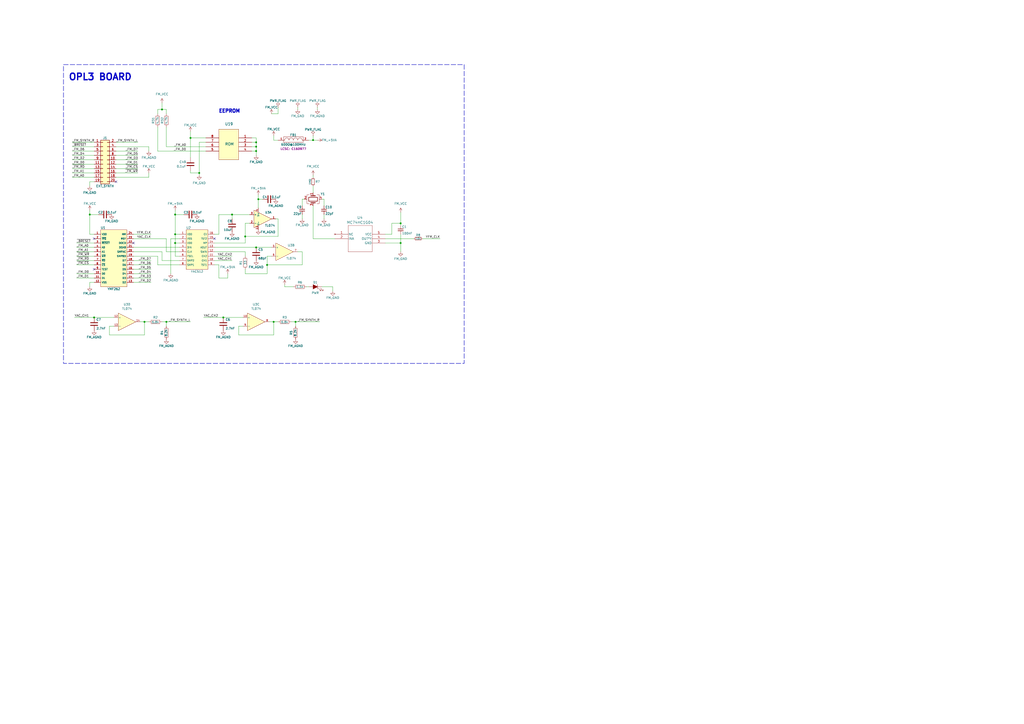
<source format=kicad_sch>
(kicad_sch (version 20250114) (generator "eeschema") (generator_version "9.0")
  (paper "A2")
  (title_block (title "opl3module") (date "2023-10-29") (rev "1.0"))
  (lib_symbols
    (symbol "Connector_Generic:Conn_02x10_Odd_Even" (pin_names (offset 1.016) (hide yes))
      (property "Reference" "J" (at 1.27 12.7 0))
      (property "Value" "Conn_02x10_Odd_Even" (at 1.27 -15.24 0))
      (symbol "Conn_02x10_Odd_Even_1_1"
        (rectangle (start -1.27 11.43) (end 3.81 -13.97) (stroke (width 0.254)) (fill (type background)))
        (rectangle (start -1.27 10.287) (end 0 10.033) (stroke (width 0.1524)))
        (rectangle (start -1.27 7.747) (end 0 7.493) (stroke (width 0.1524)))
        (rectangle (start -1.27 5.207) (end 0 4.953) (stroke (width 0.1524)))
        (rectangle (start -1.27 2.667) (end 0 2.413) (stroke (width 0.1524)))
        (rectangle (start -1.27 0.127) (end 0 -0.127) (stroke (width 0.1524)))
        (rectangle (start -1.27 -2.413) (end 0 -2.667) (stroke (width 0.1524)))
        (rectangle (start -1.27 -4.953) (end 0 -5.207) (stroke (width 0.1524)))
        (rectangle (start -1.27 -7.493) (end 0 -7.747) (stroke (width 0.1524)))
        (rectangle (start -1.27 -10.033) (end 0 -10.287) (stroke (width 0.1524)))
        (rectangle (start -1.27 -12.573) (end 0 -12.827) (stroke (width 0.1524)))
        (rectangle (start 3.81 10.287) (end 2.54 10.033) (stroke (width 0.1524)))
        (rectangle (start 3.81 7.747) (end 2.54 7.493) (stroke (width 0.1524)))
        (rectangle (start 3.81 5.207) (end 2.54 4.953) (stroke (width 0.1524)))
        (rectangle (start 3.81 2.667) (end 2.54 2.413) (stroke (width 0.1524)))
        (rectangle (start 3.81 0.127) (end 2.54 -0.127) (stroke (width 0.1524)))
        (rectangle (start 3.81 -2.413) (end 2.54 -2.667) (stroke (width 0.1524)))
        (rectangle (start 3.81 -4.953) (end 2.54 -5.207) (stroke (width 0.1524)))
        (rectangle (start 3.81 -7.493) (end 2.54 -7.747) (stroke (width 0.1524)))
        (rectangle (start 3.81 -10.033) (end 2.54 -10.287) (stroke (width 0.1524)))
        (rectangle (start 3.81 -12.573) (end 2.54 -12.827) (stroke (width 0.1524)))
        (pin passive line (at -5.08 10.16 0) (length 3.81) (name "Pin_1") (number "1"))
        (pin passive line (at -5.08 7.62 0) (length 3.81) (name "Pin_3") (number "3"))
        (pin passive line (at -5.08 5.08 0) (length 3.81) (name "Pin_5") (number "5"))
        (pin passive line (at -5.08 2.54 0) (length 3.81) (name "Pin_7") (number "7"))
        (pin passive line (at -5.08 0 0) (length 3.81) (name "Pin_9") (number "9"))
        (pin passive line (at -5.08 -2.54 0) (length 3.81) (name "Pin_11") (number "11"))
        (pin passive line (at -5.08 -5.08 0) (length 3.81) (name "Pin_13") (number "13"))
        (pin passive line (at -5.08 -7.62 0) (length 3.81) (name "Pin_15") (number "15"))
        (pin passive line (at -5.08 -10.16 0) (length 3.81) (name "Pin_17") (number "17"))
        (pin passive line (at -5.08 -12.7 0) (length 3.81) (name "Pin_19") (number "19"))
        (pin passive line (at 7.62 10.16 180) (length 3.81) (name "Pin_2") (number "2"))
        (pin passive line (at 7.62 7.62 180) (length 3.81) (name "Pin_4") (number "4"))
        (pin passive line (at 7.62 5.08 180) (length 3.81) (name "Pin_6") (number "6"))
        (pin passive line (at 7.62 2.54 180) (length 3.81) (name "Pin_8") (number "8"))
        (pin passive line (at 7.62 0 180) (length 3.81) (name "Pin_10") (number "10"))
        (pin passive line (at 7.62 -2.54 180) (length 3.81) (name "Pin_12") (number "12"))
        (pin passive line (at 7.62 -5.08 180) (length 3.81) (name "Pin_14") (number "14"))
        (pin passive line (at 7.62 -7.62 180) (length 3.81) (name "Pin_16") (number "16"))
        (pin passive line (at 7.62 -10.16 180) (length 3.81) (name "Pin_18") (number "18"))
        (pin passive line (at 7.62 -12.7 180) (length 3.81) (name "Pin_20") (number "20"))
      )
    )
    (symbol "Device:C_Small" (pin_numbers (hide yes)) (pin_names (offset 0.254) (hide yes))
      (property "Reference" "C" (at 0.254 1.778 0))
      (property "Value" "C_Small" (at 0.254 -2.032 0))
      (symbol "C_Small_0_1"
        (polyline (pts (xy -1.524 0.508) (xy 1.524 0.508)) (stroke (width 0.3048)))
        (polyline (pts (xy -1.524 -0.508) (xy 1.524 -0.508)) (stroke (width 0.3302)))
      )
      (symbol "C_Small_1_1"
        (pin passive line (at 0 2.54 270) (length 2.032) (name "~") (number "1"))
        (pin passive line (at 0 -2.54 90) (length 2.032) (name "~") (number "2"))
      )
    )
    (symbol "Device:Crystal_GND24" (pin_names (offset 1.016) (hide yes))
      (property "Reference" "Y" (at 3.175 5.08 0))
      (property "Value" "Crystal_GND24" (at 3.175 3.175 0))
      (symbol "Crystal_GND24_0_1"
        (polyline (pts (xy -2.54 2.286) (xy -2.54 3.556) (xy 2.54 3.556) (xy 2.54 2.286)))
        (polyline (pts (xy -2.54 0) (xy -2.032 0)))
        (polyline (pts (xy -2.54 -2.286) (xy -2.54 -3.556) (xy 2.54 -3.556) (xy 2.54 -2.286)))
        (polyline (pts (xy -2.032 -1.27) (xy -2.032 1.27)) (stroke (width 0.508)))
        (rectangle (start -1.143 2.54) (end 1.143 -2.54) (stroke (width 0.3048)))
        (polyline (pts (xy 0 3.556) (xy 0 3.81)))
        (polyline (pts (xy 0 -3.81) (xy 0 -3.556)))
        (polyline (pts (xy 2.032 0) (xy 2.54 0)))
        (polyline (pts (xy 2.032 -1.27) (xy 2.032 1.27)) (stroke (width 0.508)))
      )
      (symbol "Crystal_GND24_1_1"
        (pin passive line (at -3.81 0 0) (length 1.27) (name "1") (number "1"))
        (pin passive line (at 0 5.08 270) (length 1.27) (name "2") (number "2"))
        (pin passive line (at 0 -5.08 90) (length 1.27) (name "4") (number "4"))
        (pin passive line (at 3.81 0 180) (length 1.27) (name "3") (number "3"))
      )
    )
    (symbol "Device:R_Small" (pin_numbers (hide yes)) (pin_names (offset 0.254) (hide yes))
      (property "Reference" "R" (at 0.762 0.508 0))
      (property "Value" "R_Small" (at 0.762 -1.016 0))
      (symbol "R_Small_0_1"
        (rectangle (start -0.762 1.778) (end 0.762 -1.778) (stroke (width 0.2032)))
      )
      (symbol "R_Small_1_1"
        (pin passive line (at 0 2.54 270) (length 0.762) (name "~") (number "1"))
        (pin passive line (at 0 -2.54 90) (length 0.762) (name "~") (number "2"))
      )
    )
    (symbol "SnipE Symbol Library:24LC04BT_SN" (pin_names (offset 0.254))
      (property "Reference" "U7" (at 13.208 8.128 0))
      (property "Value" "16Kbit" (at 12.954 -3.556 0))
      (symbol "24LC04BT_SN_0_1"
        (pin unspecified line (at 0 0 0) (length 7.62) (name "") (number "1"))
        (pin unspecified line (at 0 -2.54 0) (length 7.62) (name "") (number "2"))
        (pin unspecified line (at 0 -5.08 0) (length 7.62) (name "") (number "3"))
        (pin unspecified line (at 0 -7.62 0) (length 7.62) (name "") (number "4"))
        (pin unspecified line (at 26.67 0 180) (length 7.62) (name "") (number "8"))
        (pin unspecified line (at 26.67 -2.54 180) (length 7.62) (name "") (number "7"))
        (pin unspecified line (at 26.67 -5.08 180) (length 7.62) (name "") (number "6"))
        (pin unspecified line (at 26.67 -7.62 180) (length 7.62) (name "") (number "5"))
      )
      (symbol "24LC04BT_SN_1_1"
        (rectangle (start 7.62 5.08) (end 19.05 -12.7) (fill (type background)))
      )
    )
    (symbol "SnipE Symbol Library:MC74HC1G04DFT1G" (pin_names (offset 0.254))
      (property "Reference" "U4" (at 25.908 9.652 0))
      (property "Value" "MC74HC1G04" (at 25.908 6.858 0))
      (symbol "MC74HC1G04DFT1G_0_1"
        (polyline (pts (xy 19.05 5.08) (xy 19.05 -10.16)) (stroke (width 0.127)))
        (polyline (pts (xy 19.05 -10.16) (xy 33.02 -10.16)) (stroke (width 0.127)))
        (polyline (pts (xy 33.02 5.08) (xy 19.05 5.08)) (stroke (width 0.127)))
        (polyline (pts (xy 33.02 -10.16) (xy 33.02 5.08)) (stroke (width 0.127)))
        (pin no_connect line (at 11.43 0 0) (length 7.62) (name "NC") (number "1"))
        (pin input line (at 11.43 -2.54 0) (length 7.62) (name "INA") (number "2"))
        (pin power_in line (at 40.64 0 180) (length 7.62) (name "VCC") (number "5"))
        (pin output line (at 40.64 -2.54 180) (length 7.62) (name "OUT*Y") (number "4"))
        (pin power_in line (at 40.64 -5.08 180) (length 7.62) (name "GND") (number "3"))
      )
    )
    (symbol "llama_shared:C" (pin_numbers (hide yes)) (pin_names (offset 1.016))
      (property "Reference" "C" (at 2.54 -1.27 0))
      (property "Value" "C" (at 2.54 1.27 0))
      (symbol "C_1_1"
        (polyline (pts (xy -2.032 0.762) (xy 2.032 0.762)) (stroke (width 0.508)))
        (polyline (pts (xy -2.032 -0.762) (xy 2.032 -0.762)) (stroke (width 0.508)))
        (pin passive line (at 0 3.81 270) (length 2.794) (name "~") (number "1"))
        (pin passive line (at 0 -3.81 90) (length 2.794) (name "~") (number "2"))
      )
    )
    (symbol "llama_shared:FB" (pin_names (offset 1.016) (hide yes))
      (property "Reference" "FB" (at 0 3.81 0))
      (property "Value" "FB" (at 0 -2.54 0))
      (symbol "FB_1_1"
        (rectangle (start -5.715 1.905) (end 5.715 -1.27))
        (arc (start -5.08 0) (mid -3.81 1.2645) (end -2.54 0))
        (arc (start -2.54 0) (mid -1.27 1.2645) (end 0 0))
        (arc (start 0 0) (mid 0 0) (end 0 0))
        (arc (start 0 0) (mid 1.27 1.2645) (end 2.54 0))
        (arc (start 2.54 0) (mid 3.81 1.2645) (end 5.08 0))
        (pin passive line (at -8.89 0 0) (length 3.81) (name "1") (number "1"))
        (pin passive line (at 8.89 0 180) (length 3.81) (name "2") (number "2"))
      )
    )
    (symbol "llama_shared:FM_+5VA" (power) (pin_names (offset 0))
      (property "Value" "FM_+5VA" (at 0 3.81 0))
      (symbol "FM_+5VA_1_1"
        (polyline (pts (xy -0.762 1.27) (xy 0 2.54)))
        (polyline (pts (xy 0 2.54) (xy 0.762 1.27)))
        (polyline (pts (xy 0 0) (xy 0 2.54)))
        (pin power_in line (at 0 0 90) (length 0) (hide yes) (name "FM_+5VA") (number "1"))
      )
    )
    (symbol "llama_shared:FM_AGND" (power) (pin_names (offset 0))
      (property "Value" "FM_AGND" (at 0 -3.81 0))
      (symbol "FM_AGND_1_1"
        (polyline (pts (xy 0 0) (xy 0 -1.27) (xy 1.27 -1.27) (xy 0 -2.54) (xy -1.27 -1.27) (xy 0 -1.27)))
        (pin power_in line (at 0 0 270) (length 0) (hide yes) (name "FM_AGND") (number "1"))
      )
    )
    (symbol "llama_shared:FM_GND" (power) (pin_names (offset 0))
      (property "Value" "FM_GND" (at 0 -3.81 0))
      (symbol "FM_GND_1_1"
        (polyline (pts (xy 0 0) (xy 0 -1.27) (xy 1.27 -1.27) (xy 0 -2.54) (xy -1.27 -1.27) (xy 0 -1.27)))
        (pin power_in line (at 0 0 270) (length 0) (hide yes) (name "FM_GND") (number "1"))
      )
    )
    (symbol "llama_shared:FM_VCC" (power) (pin_names (offset 0))
      (property "Value" "FM_VCC" (at 0 3.81 0))
      (symbol "FM_VCC_1_1"
        (polyline (pts (xy -0.762 1.27) (xy 0 2.54)))
        (polyline (pts (xy 0 2.54) (xy 0.762 1.27)))
        (polyline (pts (xy 0 0) (xy 0 2.54)))
        (pin power_in line (at 0 0 90) (length 0) (hide yes) (name "FM_VCC") (number "1"))
      )
    )
    (symbol "llama_shared:GND" (power) (pin_names (offset 0))
      (property "Value" "GND" (at 0 -3.81 0))
      (symbol "GND_1_1"
        (polyline (pts (xy 0 0) (xy 0 -1.27) (xy 1.27 -1.27) (xy 0 -2.54) (xy -1.27 -1.27) (xy 0 -1.27)))
        (pin power_in line (at 0 0 270) (length 0) (hide yes) (name "GND") (number "1"))
      )
    )
    (symbol "llama_shared:PWR_FLAG" (power) (pin_numbers (hide yes)) (pin_names (offset 0) (hide yes))
      (property "Value" "PWR_FLAG" (at 0 3.81 0))
      (symbol "PWR_FLAG_0_0"
        (pin power_out line (at 0 0 90) (length 0) (name "pwr") (number "1"))
      )
      (symbol "PWR_FLAG_0_1"
        (polyline (pts (xy 0 0) (xy 0 1.27) (xy -1.016 1.905) (xy 0 2.54) (xy 1.016 1.905) (xy 0 1.27)))
      )
    )
    (symbol "llama_shared:R" (pin_numbers (hide yes)) (pin_names (offset 0))
      (property "Reference" "R" (at 1.27 1.27 0))
      (property "Value" "R" (at 1.27 -1.27 0))
      (symbol "R_1_1"
        (rectangle (start -1.016 -2.54) (end 1.016 2.54) (stroke (width 0.1524)))
        (pin passive line (at 0 3.81 270) (length 1.27) (name "~") (number "1"))
        (pin passive line (at 0 -3.81 90) (length 1.27) (name "~") (number "2"))
      )
    )
    (symbol "llama_shared:U_TL074" (pin_names (offset 0.127))
      (property "Reference" "U" (at 1.27 3.81 0))
      (property "Value" "U_TL074" (at 1.27 -3.81 0))
      (symbol "U_TL074_1_1"
        (polyline (pts (xy -5.08 5.08) (xy 5.08 0) (xy -5.08 -5.08) (xy -5.08 5.08)) (fill (type background)))
        (pin input line (at -7.62 2.54 0) (length 2.54) (name "+") (number "3"))
        (pin input line (at -7.62 -2.54 0) (length 2.54) (name "-") (number "2"))
        (pin power_in line (at -2.54 6.35 270) (length 2.54) (name "V+") (number "4"))
        (pin power_in line (at -2.54 -6.35 90) (length 2.54) (name "V-") (number "11"))
        (pin output line (at 7.62 0 180) (length 2.54) (name "~") (number "1"))
      )
      (symbol "U_TL074_2_1"
        (polyline (pts (xy -5.08 5.08) (xy 5.08 0) (xy -5.08 -5.08) (xy -5.08 5.08)) (fill (type background)))
        (pin input line (at -7.62 2.54 0) (length 2.54) (name "+") (number "5"))
        (pin input line (at -7.62 -2.54 0) (length 2.54) (name "-") (number "6"))
        (pin output line (at 7.62 0 180) (length 2.54) (name "~") (number "7"))
      )
      (symbol "U_TL074_3_1"
        (polyline (pts (xy -5.08 5.08) (xy 5.08 0) (xy -5.08 -5.08) (xy -5.08 5.08)) (fill (type background)))
        (pin input line (at -7.62 2.54 0) (length 2.54) (name "+") (number "10"))
        (pin input line (at -7.62 -2.54 0) (length 2.54) (name "-") (number "9"))
        (pin output line (at 7.62 0 180) (length 2.54) (name "~") (number "8"))
      )
      (symbol "U_TL074_4_1"
        (polyline (pts (xy -5.08 5.08) (xy 5.08 0) (xy -5.08 -5.08) (xy -5.08 5.08)) (fill (type background)))
        (pin input line (at -7.62 2.54 0) (length 2.54) (name "+") (number "12"))
        (pin input line (at -7.62 -2.54 0) (length 2.54) (name "-") (number "13"))
        (pin output line (at 7.62 0 180) (length 2.54) (name "~") (number "14"))
      )
    )
    (symbol "llama_shared:U_YAC512"
      (property "Reference" "U" (at -5.08 12.7 0))
      (property "Value" "U_YAC512" (at 0 -12.7 0))
      (symbol "U_YAC512_1_1"
        (rectangle (start -6.35 11.43) (end 6.35 -11.43) (fill (type background)))
        (pin power_in line (at -10.16 8.89 0) (length 3.81) (name "VDD") (number "1"))
        (pin power_in line (at -10.16 6.35 0) (length 3.81) (name "VSS") (number "2"))
        (pin power_in line (at -10.16 3.81 0) (length 3.81) (name "VDD") (number "3"))
        (pin input line (at -10.16 1.27 0) (length 3.81) (name "DIN") (number "4"))
        (pin input line (at -10.16 -1.27 0) (length 3.81) (name "CLK") (number "5"))
        (pin input line (at -10.16 -3.81 0) (length 3.81) (name "FSEL") (number "6"))
        (pin input line (at -10.16 -6.35 0) (length 3.81) (name "SMP2") (number "7"))
        (pin input line (at -10.16 -8.89 0) (length 3.81) (name "SMP1") (number "8"))
        (pin input line (at 10.16 8.89 180) (length 3.81) (name "CV") (number "16"))
        (pin output line (at 10.16 6.35 180) (length 3.81) (name "TST2") (number "15"))
        (pin input line (at 10.16 3.81 180) (length 3.81) (name "MP") (number "14"))
        (pin output line (at 10.16 1.27 180) (length 3.81) (name "AOUT") (number "13"))
        (pin input line (at 10.16 -1.27 180) (length 3.81) (name "SWIN") (number "12"))
        (pin output line (at 10.16 -3.81 180) (length 3.81) (name "CH2") (number "11"))
        (pin output line (at 10.16 -6.35 180) (length 3.81) (name "CH1") (number "10"))
        (pin input line (at 10.16 -8.89 180) (length 3.81) (name "TST1") (number "9"))
      )
    )
    (symbol "llama_shared:U_YMF262"
      (property "Reference" "U" (at -7.62 17.78 0))
      (property "Value" "U_YMF262" (at 0 -17.78 0))
      (symbol "U_YMF262_1_1"
        (rectangle (start -7.62 16.51) (end 7.62 -16.51) (fill (type background)))
        (pin power_in line (at -11.43 13.97 0) (length 3.81) (name "VDD") (number "1"))
        (pin output line (at -11.43 11.43 0) (length 3.81) (name "~{IRQ}") (number "2"))
        (pin input line (at -11.43 8.89 0) (length 3.81) (name "~{RESET}") (number "3"))
        (pin input line (at -11.43 6.35 0) (length 3.81) (name "A0") (number "4"))
        (pin input line (at -11.43 3.81 0) (length 3.81) (name "A1") (number "5"))
        (pin input line (at -11.43 1.27 0) (length 3.81) (name "~{WR}") (number "6"))
        (pin input line (at -11.43 -1.27 0) (length 3.81) (name "~{RD}") (number "7"))
        (pin input line (at -11.43 -3.81 0) (length 3.81) (name "~{CS}") (number "8"))
        (pin output line (at -11.43 -6.35 0) (length 3.81) (name "TEST") (number "9"))
        (pin bidirectional line (at -11.43 -8.89 0) (length 3.81) (name "D0") (number "10"))
        (pin bidirectional line (at -11.43 -11.43 0) (length 3.81) (name "D1") (number "11"))
        (pin power_in line (at -11.43 -13.97 0) (length 3.81) (name "VSS") (number "12"))
        (pin input line (at 11.43 13.97 180) (length 3.81) (name "ΦM") (number "24"))
        (pin output line (at 11.43 11.43 180) (length 3.81) (name "ΦSY") (number "23"))
        (pin output line (at 11.43 8.89 180) (length 3.81) (name "DOCD") (number "22"))
        (pin output line (at 11.43 6.35 180) (length 3.81) (name "DOAB") (number "21"))
        (pin output line (at 11.43 3.81 180) (length 3.81) (name "SMPAC") (number "20"))
        (pin output line (at 11.43 1.27 180) (length 3.81) (name "SMPBD") (number "19"))
        (pin bidirectional line (at 11.43 -1.27 180) (length 3.81) (name "D7") (number "18"))
        (pin bidirectional line (at 11.43 -3.81 180) (length 3.81) (name "D6") (number "17"))
        (pin bidirectional line (at 11.43 -6.35 180) (length 3.81) (name "D5") (number "16"))
        (pin bidirectional line (at 11.43 -8.89 180) (length 3.81) (name "D4") (number "15"))
        (pin bidirectional line (at 11.43 -11.43 180) (length 3.81) (name "D3") (number "14"))
        (pin bidirectional line (at 11.43 -13.97 180) (length 3.81) (name "D2") (number "13"))
      )
    )
    (symbol "llama_shared:VCC" (power) (pin_names (offset 0))
      (property "Value" "VCC" (at 0 3.81 0))
      (symbol "VCC_1_1"
        (polyline (pts (xy -0.762 1.27) (xy 0 2.54)))
        (polyline (pts (xy 0 2.54) (xy 0.762 1.27)))
        (polyline (pts (xy 0 0) (xy 0 2.54)))
        (pin power_in line (at 0 0 90) (length 0) (hide yes) (name "VCC") (number "1"))
      )
    )
    (symbol "power:+5V" (power) (pin_numbers (hide yes)) (pin_names (offset 0) (hide yes))
      (property "Value" "+5V" (at 0 3.556 0))
      (symbol "+5V_0_1"
        (polyline (pts (xy -0.762 1.27) (xy 0 2.54)))
        (polyline (pts (xy 0 2.54) (xy 0.762 1.27)))
        (polyline (pts (xy 0 0) (xy 0 2.54)))
      )
      (symbol "+5V_1_1"
        (pin power_in line (at 0 0 90) (length 0) (name "~") (number "1"))
      )
    )
    (symbol "power:GND" (power) (pin_numbers (hide yes)) (pin_names (offset 0) (hide yes))
      (property "Value" "GND" (at 0 -3.81 0))
      (symbol "GND_0_1"
        (polyline (pts (xy 0 0) (xy 0 -1.27) (xy 1.27 -1.27) (xy 0 -2.54) (xy -1.27 -1.27) (xy 0 -1.27)))
      )
      (symbol "GND_1_1"
        (pin power_in line (at 0 0 270) (length 0) (name "~") (number "1"))
      )
    )
    (symbol "tinyllama:+5V" (power) (pin_names (offset 0))
      (property "Value" "+5V" (at 0 3.81 0))
      (symbol "+5V_1_1"
        (polyline (pts (xy -0.762 1.27) (xy 0 2.54)))
        (polyline (pts (xy 0 2.54) (xy 0.762 1.27)))
        (polyline (pts (xy 0 0) (xy 0 2.54)))
        (pin power_in line (at 0 0 90) (length 0) (hide yes) (name "+5V") (number "1"))
      )
    )
    (symbol "tinyllama:D_LED" (pin_numbers (hide yes)) (pin_names (offset 1.016) (hide yes))
      (property "Reference" "D" (at 0 2.54 0))
      (property "Value" "D_LED" (at 0 -3.81 0))
      (symbol "D_LED_1_1"
        (polyline (pts (xy -3.048 -0.762) (xy -4.572 -2.286) (xy -3.81 -2.286) (xy -4.572 -2.286) (xy -4.572 -1.524)))
        (polyline (pts (xy -1.778 -0.762) (xy -3.302 -2.286) (xy -2.54 -2.286) (xy -3.302 -2.286) (xy -3.302 -1.524)))
        (polyline (pts (xy -1.27 0) (xy 1.27 0)))
        (polyline (pts (xy -1.27 -1.27) (xy -1.27 1.27)) (stroke (width 0.2032)))
        (polyline (pts (xy 1.27 -1.27) (xy 1.27 1.27) (xy -1.27 0) (xy 1.27 -1.27)) (stroke (width 0.2032)) (fill (type outline)))
        (pin passive line (at -3.81 0 0) (length 2.54) (name "K") (number "1"))
        (pin passive line (at 3.81 0 180) (length 2.54) (name "A") (number "2"))
      )
    )
    (symbol "tinyllama:GND" (power) (pin_names (offset 0))
      (property "Value" "GND" (at 0 -3.81 0))
      (symbol "GND_1_1"
        (polyline (pts (xy 0 0) (xy 0 -1.27) (xy 1.27 -1.27) (xy 0 -2.54) (xy -1.27 -1.27) (xy 0 -1.27)))
        (pin power_in line (at 0 0 270) (length 0) (hide yes) (name "GND") (number "1"))
      )
    )
    (symbol "tinyllama:R" (pin_numbers (hide yes)) (pin_names (offset 0))
      (property "Reference" "R" (at 1.27 1.27 0))
      (property "Value" "R" (at 1.27 -1.27 0))
      (symbol "R_1_1"
        (rectangle (start -1.016 -2.54) (end 1.016 2.54) (stroke (width 0.1524)))
        (pin passive line (at 0 3.81 270) (length 1.27) (name "~") (number "1"))
        (pin passive line (at 0 -3.81 90) (length 1.27) (name "~") (number "2"))
      )
    )
  )
  (rectangle (start 36.83 37.465) (end 269.24 210.82) (stroke (width 0.254) (type dash)))
  (text "OPL3 BOARD" (at 39.624 46.99 0) (effects (font (size 3.81 3.81) (thickness 0.762) (bold yes)) (justify left bottom)))
  (text "EEPROM" (at 133.096 64.516 0) (effects (font (size 2 2) (thickness 0.6) (bold yes))))
  (junction (at 110.49 80.01))
  (junction (at 101.6 135.89))
  (junction (at 148.59 82.55))
  (junction (at 129.54 184.15))
  (junction (at 115.57 100.33))
  (junction (at 158.75 186.69))
  (junction (at 232.41 129.54))
  (junction (at 154.94 153.67))
  (junction (at 142.24 137.16))
  (junction (at 171.45 186.69))
  (junction (at 148.59 85.09))
  (junction (at 93.98 63.5))
  (junction (at 96.52 186.69))
  (junction (at 83.82 186.69))
  (junction (at 101.6 140.97))
  (junction (at 54.61 184.15))
  (junction (at 101.6 124.46))
  (junction (at 134.62 124.46))
  (junction (at 232.41 140.97))
  (junction (at 148.59 87.63))
  (junction (at 52.07 124.46))
  (junction (at 181.61 81.28))
  (junction (at 149.86 115.57))
  (junction (at 148.59 143.51))
  (no_connect (at 67.31 105.41))
  (no_connect (at 54.61 138.43))
  (no_connect (at 77.47 140.97))
  (no_connect (at 54.61 156.21))
  (no_connect (at 124.46 138.43))
  (wire (pts (xy 93.98 59.69) (xy 93.98 63.5)))
  (wire (pts (xy 91.44 87.63) (xy 119.38 87.63)))
  (wire (pts (xy 83.82 194.31) (xy 83.82 186.69)))
  (wire (pts (xy 93.98 151.13) (xy 104.14 151.13)))
  (wire (pts (xy 110.49 99.06) (xy 110.49 100.33)))
  (wire (pts (xy 99.06 158.75) (xy 99.06 138.43)))
  (wire (pts (xy 154.94 153.67) (xy 154.94 148.59)))
  (wire (pts (xy 124.46 151.13) (xy 134.62 151.13)))
  (wire (pts (xy 93.98 186.69) (xy 96.52 186.69)))
  (wire (pts (xy 124.46 135.89) (xy 127 135.89)))
  (wire (pts (xy 154.94 158.75) (xy 154.94 153.67)))
  (wire (pts (xy 67.31 102.87) (xy 86.36 102.87)))
  (wire (pts (xy 227.33 129.54) (xy 232.41 129.54)))
  (wire (pts (xy 44.45 153.67) (xy 54.61 153.67)))
  (wire (pts (xy 148.59 82.55) (xy 148.59 80.01)))
  (wire (pts (xy 83.82 186.69) (xy 81.28 186.69)))
  (wire (pts (xy 142.24 129.54) (xy 142.24 137.16)))
  (wire (pts (xy 67.31 85.09) (xy 86.36 85.09)))
  (wire (pts (xy 54.61 105.41) (xy 52.07 105.41)))
  (wire (pts (xy 146.05 87.63) (xy 148.59 87.63)))
  (wire (pts (xy 77.47 146.05) (xy 93.98 146.05)))
  (wire (pts (xy 148.59 143.51) (xy 157.48 143.51)))
  (wire (pts (xy 193.04 166.37) (xy 193.04 168.91)))
  (wire (pts (xy 99.06 138.43) (xy 104.14 138.43)))
  (wire (pts (xy 54.61 95.25) (xy 41.91 95.25)))
  (wire (pts (xy 101.6 148.59) (xy 101.6 140.97)))
  (wire (pts (xy 124.46 146.05) (xy 142.24 146.05)))
  (wire (pts (xy 54.61 87.63) (xy 41.91 87.63)))
  (wire (pts (xy 54.61 92.71) (xy 41.91 92.71)))
  (wire (pts (xy 187.96 115.57) (xy 187.96 119.38)))
  (wire (pts (xy 148.59 87.63) (xy 148.59 85.09)))
  (wire (pts (xy 104.14 140.97) (xy 101.6 140.97)))
  (wire (pts (xy 93.98 63.5) (xy 96.52 63.5)))
  (wire (pts (xy 148.59 85.09) (xy 148.59 82.55)))
  (wire (pts (xy 96.52 138.43) (xy 96.52 146.05)))
  (wire (pts (xy 181.61 107.95) (xy 181.61 111.76)))
  (wire (pts (xy 149.86 113.03) (xy 149.86 115.57)))
  (wire (pts (xy 171.45 186.69) (xy 185.42 186.69)))
  (wire (pts (xy 101.6 140.97) (xy 101.6 135.89)))
  (wire (pts (xy 77.47 138.43) (xy 96.52 138.43)))
  (wire (pts (xy 171.45 186.69) (xy 171.45 189.23)))
  (wire (pts (xy 77.47 158.75) (xy 87.63 158.75)))
  (wire (pts (xy 54.61 97.79) (xy 41.91 97.79)))
  (wire (pts (xy 232.41 123.19) (xy 232.41 129.54)))
  (wire (pts (xy 142.24 158.75) (xy 154.94 158.75)))
  (wire (pts (xy 140.97 189.23) (xy 138.43 189.23)))
  (wire (pts (xy 115.57 100.33) (xy 115.57 101.6)))
  (wire (pts (xy 52.07 163.83) (xy 52.07 166.37)))
  (wire (pts (xy 77.47 143.51) (xy 104.14 143.51)))
  (wire (pts (xy 87.63 151.13) (xy 77.47 151.13)))
  (wire (pts (xy 96.52 85.09) (xy 119.38 85.09)))
  (wire (pts (xy 91.44 73.66) (xy 91.44 87.63)))
  (wire (pts (xy 86.36 85.09) (xy 86.36 87.63)))
  (wire (pts (xy 52.07 124.46) (xy 52.07 135.89)))
  (wire (pts (xy 77.47 163.83) (xy 87.63 163.83)))
  (wire (pts (xy 41.91 85.09) (xy 54.61 85.09)))
  (wire (pts (xy 157.48 66.04) (xy 161.29 66.04)))
  (wire (pts (xy 101.6 124.46) (xy 106.68 124.46)))
  (wire (pts (xy 80.01 87.63) (xy 67.31 87.63)))
  (wire (pts (xy 44.45 158.75) (xy 54.61 158.75)))
  (wire (pts (xy 44.45 161.29) (xy 54.61 161.29)))
  (wire (pts (xy 101.6 135.89) (xy 104.14 135.89)))
  (wire (pts (xy 232.41 135.89) (xy 232.41 140.97)))
  (wire (pts (xy 110.49 100.33) (xy 115.57 100.33)))
  (wire (pts (xy 77.47 161.29) (xy 87.63 161.29)))
  (wire (pts (xy 127 161.29) (xy 132.08 161.29)))
  (wire (pts (xy 176.53 115.57) (xy 175.26 115.57)))
  (wire (pts (xy 179.07 81.28) (xy 181.61 81.28)))
  (wire (pts (xy 158.75 186.69) (xy 156.21 186.69)))
  (wire (pts (xy 101.6 124.46) (xy 101.6 135.89)))
  (wire (pts (xy 110.49 80.01) (xy 119.38 80.01)))
  (wire (pts (xy 223.52 138.43) (xy 240.03 138.43)))
  (wire (pts (xy 152.4 115.57) (xy 149.86 115.57)))
  (wire (pts (xy 181.61 81.28) (xy 184.15 81.28)))
  (wire (pts (xy 175.26 124.46) (xy 175.26 127)))
  (wire (pts (xy 149.86 115.57) (xy 149.86 120.65)))
  (wire (pts (xy 96.52 73.66) (xy 96.52 85.09)))
  (wire (pts (xy 52.07 121.92) (xy 52.07 124.46)))
  (wire (pts (xy 132.08 158.75) (xy 132.08 161.29)))
  (wire (pts (xy 124.46 143.51) (xy 148.59 143.51)))
  (wire (pts (xy 129.54 184.15) (xy 140.97 184.15)))
  (wire (pts (xy 80.01 90.17) (xy 67.31 90.17)))
  (wire (pts (xy 101.6 121.92) (xy 101.6 124.46)))
  (wire (pts (xy 80.01 100.33) (xy 67.31 100.33)))
  (wire (pts (xy 41.91 82.55) (xy 54.61 82.55)))
  (wire (pts (xy 44.45 140.97) (xy 54.61 140.97)))
  (wire (pts (xy 158.75 78.74) (xy 158.75 81.28)))
  (wire (pts (xy 172.72 62.23) (xy 172.72 63.5)))
  (wire (pts (xy 115.57 82.55) (xy 115.57 100.33)))
  (wire (pts (xy 187.96 124.46) (xy 187.96 127)))
  (wire (pts (xy 96.52 186.69) (xy 110.49 186.69)))
  (wire (pts (xy 44.45 146.05) (xy 54.61 146.05)))
  (wire (pts (xy 148.59 80.01) (xy 146.05 80.01)))
  (wire (pts (xy 67.31 82.55) (xy 80.01 82.55)))
  (wire (pts (xy 186.69 166.37) (xy 193.04 166.37)))
  (wire (pts (xy 43.18 184.15) (xy 54.61 184.15)))
  (wire (pts (xy 165.1 166.37) (xy 170.18 166.37)))
  (wire (pts (xy 127 124.46) (xy 134.62 124.46)))
  (wire (pts (xy 142.24 129.54) (xy 144.78 129.54)))
  (wire (pts (xy 181.61 138.43) (xy 194.31 138.43)))
  (wire (pts (xy 91.44 153.67) (xy 104.14 153.67)))
  (wire (pts (xy 146.05 85.09) (xy 148.59 85.09)))
  (wire (pts (xy 91.44 148.59) (xy 91.44 153.67)))
  (wire (pts (xy 54.61 100.33) (xy 41.91 100.33)))
  (wire (pts (xy 96.52 66.04) (xy 96.52 63.5)))
  (wire (pts (xy 142.24 146.05) (xy 142.24 148.59)))
  (wire (pts (xy 80.01 95.25) (xy 67.31 95.25)))
  (wire (pts (xy 142.24 137.16) (xy 161.29 137.16)))
  (wire (pts (xy 165.1 165.1) (xy 165.1 166.37)))
  (wire (pts (xy 44.45 151.13) (xy 54.61 151.13)))
  (wire (pts (xy 52.07 124.46) (xy 57.15 124.46)))
  (wire (pts (xy 127 135.89) (xy 127 124.46)))
  (wire (pts (xy 175.26 153.67) (xy 175.26 146.05)))
  (wire (pts (xy 124.46 153.67) (xy 127 153.67)))
  (wire (pts (xy 134.62 127) (xy 134.62 124.46)))
  (wire (pts (xy 154.94 148.59) (xy 157.48 148.59)))
  (wire (pts (xy 96.52 186.69) (xy 96.52 189.23)))
  (wire (pts (xy 175.26 146.05) (xy 172.72 146.05)))
  (wire (pts (xy 54.61 163.83) (xy 52.07 163.83)))
  (wire (pts (xy 138.43 194.31) (xy 158.75 194.31)))
  (wire (pts (xy 186.69 115.57) (xy 187.96 115.57)))
  (wire (pts (xy 80.01 92.71) (xy 67.31 92.71)))
  (wire (pts (xy 63.5 189.23) (xy 63.5 194.31)))
  (wire (pts (xy 184.15 62.23) (xy 184.15 63.5)))
  (wire (pts (xy 142.24 137.16) (xy 142.24 140.97)))
  (wire (pts (xy 160.02 127) (xy 161.29 127)))
  (wire (pts (xy 93.98 146.05) (xy 93.98 151.13)))
  (wire (pts (xy 77.47 148.59) (xy 91.44 148.59)))
  (wire (pts (xy 80.01 97.79) (xy 67.31 97.79)))
  (wire (pts (xy 44.45 148.59) (xy 54.61 148.59)))
  (wire (pts (xy 54.61 90.17) (xy 41.91 90.17)))
  (wire (pts (xy 227.33 135.89) (xy 223.52 135.89)))
  (wire (pts (xy 77.47 156.21) (xy 87.63 156.21)))
  (wire (pts (xy 104.14 148.59) (xy 101.6 148.59)))
  (wire (pts (xy 181.61 101.6) (xy 181.61 102.87)))
  (wire (pts (xy 181.61 78.74) (xy 181.61 81.28)))
  (wire (pts (xy 83.82 186.69) (xy 86.36 186.69)))
  (wire (pts (xy 161.29 66.04) (xy 161.29 62.23)))
  (wire (pts (xy 127 153.67) (xy 127 161.29)))
  (wire (pts (xy 223.52 140.97) (xy 232.41 140.97)))
  (wire (pts (xy 119.38 82.55) (xy 115.57 82.55)))
  (wire (pts (xy 142.24 156.21) (xy 142.24 158.75)))
  (wire (pts (xy 86.36 100.33) (xy 86.36 102.87)))
  (wire (pts (xy 161.29 127) (xy 161.29 137.16)))
  (wire (pts (xy 227.33 129.54) (xy 227.33 135.89)))
  (wire (pts (xy 77.47 135.89) (xy 87.63 135.89)))
  (wire (pts (xy 66.04 189.23) (xy 63.5 189.23)))
  (wire (pts (xy 232.41 129.54) (xy 232.41 130.81)))
  (wire (pts (xy 52.07 135.89) (xy 54.61 135.89)))
  (wire (pts (xy 168.91 186.69) (xy 171.45 186.69)))
  (wire (pts (xy 146.05 82.55) (xy 148.59 82.55)))
  (wire (pts (xy 158.75 194.31) (xy 158.75 186.69)))
  (wire (pts (xy 158.75 186.69) (xy 161.29 186.69)))
  (wire (pts (xy 161.29 81.28) (xy 158.75 81.28)))
  (wire (pts (xy 54.61 102.87) (xy 41.91 102.87)))
  (wire (pts (xy 175.26 115.57) (xy 175.26 119.38)))
  (wire (pts (xy 63.5 194.31) (xy 83.82 194.31)))
  (wire (pts (xy 124.46 148.59) (xy 134.62 148.59)))
  (wire (pts (xy 154.94 153.67) (xy 175.26 153.67)))
  (wire (pts (xy 44.45 143.51) (xy 54.61 143.51)))
  (wire (pts (xy 96.52 146.05) (xy 104.14 146.05)))
  (wire (pts (xy 245.11 138.43) (xy 255.27 138.43)))
  (wire (pts (xy 148.59 90.17) (xy 148.59 87.63)))
  (wire (pts (xy 110.49 76.2) (xy 110.49 80.01)))
  (wire (pts (xy 52.07 105.41) (xy 52.07 107.95)))
  (wire (pts (xy 181.61 119.38) (xy 181.61 138.43)))
  (wire (pts (xy 138.43 189.23) (xy 138.43 194.31)))
  (wire (pts (xy 118.11 184.15) (xy 129.54 184.15)))
  (wire (pts (xy 179.07 166.37) (xy 177.8 166.37)))
  (wire (pts (xy 91.44 63.5) (xy 93.98 63.5)))
  (wire (pts (xy 232.41 140.97) (xy 232.41 146.05)))
  (wire (pts (xy 77.47 153.67) (xy 87.63 153.67)))
  (wire (pts (xy 110.49 80.01) (xy 110.49 91.44)))
  (wire (pts (xy 134.62 124.46) (xy 144.78 124.46)))
  (wire (pts (xy 54.61 184.15) (xy 66.04 184.15)))
  (wire (pts (xy 91.44 63.5) (xy 91.44 66.04)))
  (wire (pts (xy 124.46 140.97) (xy 142.24 140.97)))
  (label "_FM_D0" (at 41.91 95.25 0))
  (label "YFM_CLK" (at 255.27 138.43 180))
  (label "_FM_D6" (at 41.91 87.63 0))
  (label "_FM_A0" (at 44.45 143.51 0))
  (label "_FM_A1" (at 44.45 146.05 0))
  (label "_FM_D3" (at 87.63 161.29 180))
  (label "_FM_SYNTH_R" (at 41.91 82.55 0))
  (label "_FM_D0" (at 107.95 87.63 180))
  (label "~{_BRESET}" (at 44.45 140.97 0))
  (label "_FM_D2" (at 87.63 163.83 180))
  (label "~{_BRESET}" (at 41.91 85.09 0))
  (label "~{_FM_WR}" (at 80.01 100.33 180))
  (label "_FM_D4" (at 87.63 158.75 180))
  (label "_FM_D3" (at 80.01 92.71 180))
  (label "_FM_D4" (at 41.91 90.17 0))
  (label "YAC_CH1" (at 43.18 184.15 0))
  (label "YAC_CLK" (at 87.63 138.43 180))
  (label "_FM_SYNTH_L" (at 110.49 186.69 180))
  (label "YAC_CH2" (at 134.62 148.59 180))
  (label "_FM_D7" (at 87.63 151.13 180))
  (label "_FM_SYNTH_R" (at 185.42 186.69 180))
  (label "YAC_CH1" (at 134.62 151.13 180))
  (label "YFM_CLK" (at 87.63 135.89 180))
  (label "_FM_D2" (at 41.91 92.71 0))
  (label "_FM_D5" (at 80.01 90.17 180))
  (label "~{_FM_CS}" (at 80.01 97.79 180))
  (label "~{_FM_RD}" (at 44.45 151.13 0))
  (label "_FM_SYNTH_L" (at 80.01 82.55 180))
  (label "_FM_A0" (at 41.91 102.87 0))
  (label "_FM_A0" (at 107.95 85.09 180))
  (label "YAC_CH2" (at 118.11 184.15 0))
  (label "_FM_D5" (at 87.63 156.21 180))
  (label "~{_FM_CS}" (at 44.45 153.67 0))
  (label "_FM_D7" (at 80.01 87.63 180))
  (label "_FM_D0" (at 44.45 158.75 0))
  (label "~{_FM_RD}" (at 41.91 97.79 0))
  (label "_FM_D6" (at 87.63 153.67 180))
  (label "_FM_D1" (at 44.45 161.29 0))
  (label "~{_FM_WR}" (at 44.45 148.59 0))
  (label "_FM_A1" (at 41.91 100.33 0))
  (label "_FM_D1" (at 80.01 95.25 180))
  (symbol (lib_id "llama_shared:FM_+5VA") (at 101.6 121.92 0) (unit 1)
    (property "Reference" "#PWR0255" (effects (hide yes)))
    (property "Value" "FM_+5VA" (at 101.6 118.11 0))
  )
  (symbol (lib_id "power:+5V") (at 181.61 101.6 0) (unit 1)
    (property "Reference" "#PWR05" (effects (hide yes)))
    (property "Value" "FM_VCC" (at 181.61 96.52 0))
    (property "Description" "Power symbol creates a global label with name \"+5V\"" (effects (hide yes)))
  )
  (symbol (lib_id "tinyllama:R") (at 173.99 166.37 270) (mirror x) (unit 1)
    (property "Reference" "R6" (at 173.99 163.83 90))
    (property "Value" "1.5k" (at 173.99 166.37 90))
    (property "Footprint" "SnipE Footprints:R_0603_1608Metric_no_outline" (effects (hide yes)))
    (property "LCSC" "C25117" (effects (hide yes)))
  )
  (symbol (lib_id "llama_shared:PWR_FLAG") (at 172.72 62.23 0) (unit 1)
    (property "Reference" "#FLG027" (effects (hide yes)))
    (property "Value" "PWR_FLAG" (at 172.72 58.42 0))
  )
  (symbol (lib_id "Device:Crystal_GND24") (at 181.61 115.57 90) (mirror x) (unit 1)
    (property "Reference" "Y1" (at 187.198 112.522 90))
    (property "Value" "Crystal_GND24" (effects (hide yes)))
    (property "Footprint" "Crystal:Crystal_SMD_5032-4Pin_5.0x3.2mm" (effects (hide yes)))
    (property "Description" "Four pin crystal, GND on pins 2 and 4" (effects (hide yes)))
  )
  (symbol (lib_id "llama_shared:R") (at 91.44 69.85 180) (unit 1)
    (property "Reference" "R31" (at 88.9 69.85 90))
    (property "Value" "4.7k" (at 90.678 69.85 90) (effects (justify bottom)))
    (property "Footprint" "SnipE Footprints:R_0402_1005Metric_no_outline" (effects (hide yes)))
  )
  (symbol (lib_id "power:GND") (at 232.41 146.05 0) (unit 1)
    (property "Reference" "#PWR06" (effects (hide yes)))
    (property "Value" "FM_GND" (at 232.41 150.114 0))
    (property "Description" "Power symbol creates a global label with name \"GND\" , ground" (effects (hide yes)))
  )
  (symbol (lib_id "llama_shared:U_TL074") (at 152.4 127 0) (unit 1)
    (property "Reference" "U3" (at 153.67 123.19 0) (effects (justify left)))
    (property "Value" "TL074" (at 153.67 130.81 0) (effects (justify left)))
    (property "Footprint" "Package_SO:SOIC-14_3.9x8.7mm_P1.27mm" (effects (hide yes)))
  )
  (symbol (lib_id "llama_shared:R") (at 96.52 69.85 180) (unit 1)
    (property "Reference" "R32" (at 94.1283 69.85 90))
    (property "Value" "4.7k" (at 95.758 69.85 90) (effects (justify bottom)))
    (property "Footprint" "SnipE Footprints:R_0402_1005Metric_no_outline" (effects (hide yes)))
  )
  (symbol (lib_id "Device:C_Small") (at 187.96 121.92 0) (unit 1)
    (property "Reference" "C10" (at 188.722 120.142 0) (effects (justify left)))
    (property "Value" "22pF" (at 188.722 123.952 0) (effects (justify left)))
    (property "Footprint" "SnipE Footprints:C_0402_1005Metric" (effects (hide yes)))
    (property "Description" "Unpolarized capacitor, small symbol" (effects (hide yes)))
  )
  (symbol (lib_id "llama_shared:VCC") (at 110.49 76.2 0) (unit 1)
    (property "Reference" "#PWR056" (effects (hide yes)))
    (property "Value" "FM_VCC" (at 110.49 72.5955 0))
  )
  (symbol (lib_id "llama_shared:FM_VCC") (at 157.48 66.04 0) (unit 1)
    (property "Reference" "#PWR0267" (effects (hide yes)))
    (property "Value" "FM_VCC" (at 157.48 62.23 0))
  )
  (symbol (lib_id "llama_shared:U_TL074") (at 148.59 186.69 0) (unit 3)
    (property "Reference" "U3" (at 148.59 176.53 0))
    (property "Value" "TL074" (at 148.59 179.07 0))
    (property "Footprint" "Package_SO:SOIC-14_3.9x8.7mm_P1.27mm" (effects (hide yes)))
  )
  (symbol (lib_id "Device:C_Small") (at 232.41 133.35 0) (unit 1)
    (property "Reference" "C1" (at 233.172 131.572 0) (effects (justify left)))
    (property "Value" "100nF" (at 233.172 135.382 0) (effects (justify left)))
    (property "Footprint" "SnipE Footprints:C_0402_1005Metric" (effects (hide yes)))
    (property "Description" "Unpolarized capacitor, small symbol" (effects (hide yes)))
  )
  (symbol (lib_id "llama_shared:FM_VCC") (at 52.07 121.92 0) (unit 1)
    (property "Reference" "#PWR0251" (effects (hide yes)))
    (property "Value" "FM_VCC" (at 52.07 118.11 0))
  )
  (symbol (lib_id "llama_shared:C") (at 148.59 147.32 0) (unit 1)
    (property "Reference" "C5" (at 149.86 144.78 0) (effects (justify left)))
    (property "Value" "68pF" (at 149.86 149.86 0) (effects (justify left)))
    (property "Footprint" "SnipE Footprints:C_0402_1005Metric_no_outline" (effects (hide yes)))
  )
  (symbol (lib_id "llama_shared:U_TL074") (at 73.66 186.69 0) (unit 4)
    (property "Reference" "U3" (at 73.66 176.53 0))
    (property "Value" "TL074" (at 73.66 179.07 0))
    (property "Footprint" "Package_SO:SOIC-14_3.9x8.7mm_P1.27mm" (effects (hide yes)))
  )
  (symbol (lib_id "llama_shared:FM_GND") (at 172.72 63.5 0) (unit 1)
    (property "Reference" "#PWR0265" (effects (hide yes)))
    (property "Value" "FM_GND" (at 172.72 67.31 0))
  )
  (symbol (lib_id "llama_shared:GND") (at 115.57 101.6 0) (unit 1)
    (property "Reference" "#PWR057" (effects (hide yes)))
    (property "Value" "FM_GND" (at 115.57 106.172 0))
  )
  (symbol (lib_id "llama_shared:FM_+5VA") (at 184.15 81.28 270) (unit 1)
    (property "Reference" "#PWR0254" (effects (hide yes)))
    (property "Value" "FM_+5VA" (at 186.69 81.28 90) (effects (justify left)))
  )
  (symbol (lib_id "llama_shared:R") (at 171.45 193.04 180) (unit 1)
    (property "Reference" "R5" (at 168.91 193.04 90))
    (property "Value" "8.2k" (at 170.5634 193.04 90) (effects (justify bottom)))
    (property "Footprint" "SnipE Footprints:R_0402_1005Metric_no_outline" (effects (hide yes)))
  )
  (symbol (lib_id "llama_shared:PWR_FLAG") (at 181.61 78.74 0) (unit 1)
    (property "Reference" "#FLG028" (effects (hide yes)))
    (property "Value" "PWR_FLAG" (at 181.61 75.1355 0))
  )
  (symbol (lib_id "llama_shared:C") (at 129.54 187.96 0) (unit 1)
    (property "Reference" "C6" (at 130.81 185.42 0) (effects (justify left)))
    (property "Value" "2.7nF" (at 130.81 190.5 0) (effects (justify left)))
    (property "Footprint" "SnipE Footprints:C_0603_1608Metric_no_outline" (effects (hide yes)))
  )
  (symbol (lib_id "llama_shared:FM_AGND") (at 134.62 134.62 0) (unit 1)
    (property "Reference" "#PWR0260" (effects (hide yes)))
    (property "Value" "FM_AGND" (at 134.62 138.43 0))
  )
  (symbol (lib_id "llama_shared:GND") (at 148.59 90.17 0) (unit 1)
    (property "Reference" "#PWR058" (effects (hide yes)))
    (property "Value" "FM_GND" (at 148.59 93.98 0))
  )
  (symbol (lib_id "llama_shared:R") (at 90.17 186.69 270) (unit 1)
    (property "Reference" "R2" (at 90.17 184.15 90))
    (property "Value" "6.8k" (at 90.17 187.5766 90) (effects (justify bottom)))
    (property "Footprint" "SnipE Footprints:R_0402_1005Metric_no_outline" (effects (hide yes)))
  )
  (symbol (lib_id "llama_shared:FM_AGND") (at 149.86 133.35 0) (unit 1)
    (property "Reference" "#PWR0259" (effects (hide yes)))
    (property "Value" "FM_AGND" (at 151.13 134.62 0) (effects (justify left)))
  )
  (symbol (lib_id "llama_shared:C") (at 110.49 124.46 270) (unit 1)
    (property "Reference" "C3" (at 109.22 123.19 90) (effects (justify right)))
    (property "Value" "0.1uF" (at 111.76 123.19 90) (effects (justify left)))
    (property "Footprint" "SnipE Footprints:C_0402_1005Metric_no_outline" (effects (hide yes)))
  )
  (symbol (lib_id "llama_shared:FM_AGND") (at 184.15 63.5 0) (unit 1)
    (property "Reference" "#PWR0266" (effects (hide yes)))
    (property "Value" "FM_AGND" (at 184.15 67.31 0))
  )
  (symbol (lib_id "tinyllama:GND") (at 193.04 168.91 0) (mirror y) (unit 1)
    (property "Reference" "#PWR02" (effects (hide yes)))
    (property "Value" "FM_GND" (at 193.04 172.72 0))
  )
  (symbol (lib_id "power:GND") (at 187.96 127 0) (unit 1)
    (property "Reference" "#PWR03" (effects (hide yes)))
    (property "Value" "FM_GND" (at 187.96 130.556 0))
    (property "Description" "Power symbol creates a global label with name \"GND\" , ground" (effects (hide yes)))
  )
  (symbol (lib_id "tinyllama:+5V") (at 165.1 165.1 0) (mirror y) (unit 1)
    (property "Reference" "#PWR01" (effects (hide yes)))
    (property "Value" "FM_VCC" (at 165.1 161.29 0))
  )
  (symbol (lib_id "llama_shared:FM_+5VA") (at 132.08 158.75 0) (unit 1)
    (property "Reference" "#PWR0262" (effects (hide yes)))
    (property "Value" "FM_+5VA" (at 132.08 154.94 0))
  )
  (symbol (lib_id "llama_shared:FM_AGND") (at 96.52 196.85 0) (unit 1)
    (property "Reference" "#PWR0269" (effects (hide yes)))
    (property "Value" "FM_AGND" (at 96.52 200.66 0))
  )
  (symbol (lib_id "llama_shared:FM_VCC") (at 86.36 100.33 0) (unit 1)
    (property "Reference" "#PWR0247" (effects (hide yes)))
    (property "Value" "FM_VCC" (at 86.36 96.52 0))
  )
  (symbol (lib_id "llama_shared:FM_AGND") (at 54.61 191.77 0) (unit 1)
    (property "Reference" "#PWR0264" (effects (hide yes)))
    (property "Value" "FM_AGND" (at 54.61 195.58 0))
  )
  (symbol (lib_id "llama_shared:R") (at 165.1 186.69 270) (unit 1)
    (property "Reference" "R3" (at 165.1 184.15 90))
    (property "Value" "6.8k" (at 165.1 187.5766 90) (effects (justify bottom)))
    (property "Footprint" "SnipE Footprints:R_0402_1005Metric_no_outline" (effects (hide yes)))
  )
  (symbol (lib_id "llama_shared:FM_AGND") (at 86.36 87.63 0) (unit 1)
    (property "Reference" "#PWR0244" (effects (hide yes)))
    (property "Value" "FM_AGND" (at 86.36 91.44 0))
  )
  (symbol (lib_id "SnipE Symbol Library:MC74HC1G04DFT1G") (at 182.88 135.89 0) (unit 1)
    (property "Reference" "U4" (at 208.788 126.238 0) (effects (font (size 1.524 1.524))))
    (property "Value" "MC74HC1G04" (at 208.788 129.032 0) (effects (font (size 1.524 1.524))))
    (property "Footprint" "SnipE Footprints:SC70-5_ONS" (effects (hide yes)))
    (property "Datasheet" "MC74HC1G04DFT1G" (effects (hide yes)))
  )
  (symbol (lib_id "llama_shared:FB") (at 170.18 81.28 0) (unit 1)
    (property "Reference" "FB1" (at 170.18 78.3105 0))
    (property "Value" "600Ω@100MHz" (at 170.18 83.82 0))
    (property "Footprint" "SnipE Footprints:R_0402_1005Metric_no_outline" (effects (hide yes)))
    (property "LCSC" "C160977" (at 170.18 86.36 0) (show_name yes))
  )
  (symbol (lib_id "llama_shared:C") (at 54.61 187.96 0) (unit 1)
    (property "Reference" "C7" (at 55.88 185.42 0) (effects (justify left)))
    (property "Value" "2.7nF" (at 55.88 190.5 0) (effects (justify left)))
    (property "Footprint" "SnipE Footprints:C_0603_1608Metric_no_outline" (effects (hide yes)))
  )
  (symbol (lib_id "tinyllama:D_LED") (at 182.88 166.37 0) (mirror y) (unit 1)
    (property "Reference" "D1" (at 182.88 163.83 0))
    (property "Value" "PWR" (at 182.88 169.926 0))
    (property "Footprint" "SnipE Footprints:D_0603_1608Metric" (effects (hide yes)))
    (property "LCSC" "C130723" (effects (hide yes)))
  )
  (symbol (lib_id "power:GND") (at 175.26 127 0) (unit 1)
    (property "Reference" "#PWR04" (effects (hide yes)))
    (property "Value" "FM_GND" (at 175.26 130.556 0))
    (property "Description" "Power symbol creates a global label with name \"GND\" , ground" (effects (hide yes)))
  )
  (symbol (lib_id "llama_shared:PWR_FLAG") (at 184.15 62.23 0) (unit 1)
    (property "Reference" "#FLG029" (effects (hide yes)))
    (property "Value" "PWR_FLAG" (at 184.15 58.42 0))
  )
  (symbol (lib_id "Connector_Generic:Conn_02x10_Odd_Even") (at 59.69 92.71 0) (unit 1)
    (property "Reference" "J1" (at 60.96 80.01 0))
    (property "Value" "EXT_SYNTH" (at 60.96 107.95 0))
    (property "Footprint" "SnipE Footprints:P_CONN_02X10" (effects (hide yes)))
  )
  (symbol (lib_id "llama_shared:C") (at 156.21 115.57 270) (unit 1)
    (property "Reference" "C4" (at 154.94 114.3 90) (effects (justify right)))
    (property "Value" "0.1uF" (at 157.48 114.3 90) (effects (justify left)))
    (property "Footprint" "SnipE Footprints:C_0402_1005Metric_no_outline" (effects (hide yes)))
  )
  (symbol (lib_id "Device:R_Small") (at 242.57 138.43 90) (unit 1)
    (property "Reference" "R8" (at 242.57 136.398 90))
    (property "Value" "10k" (at 244.094 138.43 90) (effects (font (size 1 1)) (justify left)))
    (property "Footprint" "SnipE Footprints:R_0603_1608Metric" (effects (hide yes)))
    (property "Description" "Resistor, small symbol" (effects (hide yes)))
  )
  (symbol (lib_id "llama_shared:FM_GND") (at 64.77 124.46 0) (unit 1)
    (property "Reference" "#PWR0252" (effects (hide yes)))
    (property "Value" "FM_GND" (at 64.77 128.27 0))
  )
  (symbol (lib_id "llama_shared:FM_AGND") (at 99.06 158.75 0) (unit 1)
    (property "Reference" "#PWR0257" (effects (hide yes)))
    (property "Value" "FM_AGND" (at 99.06 162.56 0))
  )
  (symbol (lib_id "llama_shared:U_TL074") (at 165.1 146.05 0) (unit 2)
    (property "Reference" "U3" (at 168.91 142.24 0))
    (property "Value" "TL074" (at 168.91 149.86 0))
    (property "Footprint" "Package_SO:SOIC-14_3.9x8.7mm_P1.27mm" (effects (hide yes)))
  )
  (symbol (lib_id "llama_shared:FM_GND") (at 52.07 107.95 0) (unit 1)
    (property "Reference" "#PWR0246" (effects (hide yes)))
    (property "Value" "FM_GND" (at 52.07 111.76 0))
  )
  (symbol (lib_id "Device:C_Small") (at 175.26 121.92 0) (unit 1)
    (property "Reference" "C9" (at 172.212 120.142 0) (effects (justify left)))
    (property "Value" "22pF" (at 170.18 123.952 0) (effects (justify left)))
    (property "Footprint" "SnipE Footprints:C_0402_1005Metric" (effects (hide yes)))
    (property "Description" "Unpolarized capacitor, small symbol" (effects (hide yes)))
  )
  (symbol (lib_id "llama_shared:FM_AGND") (at 160.02 115.57 0) (unit 1)
    (property "Reference" "#PWR0258" (effects (hide yes)))
    (property "Value" "FM_AGND" (at 160.02 119.38 0))
  )
  (symbol (lib_id "power:+5V") (at 232.41 123.19 0) (unit 1)
    (property "Reference" "#PWR07" (effects (hide yes)))
    (property "Value" "FM_VCC" (at 232.41 118.11 0))
    (property "Description" "Power symbol creates a global label with name \"+5V\"" (effects (hide yes)))
  )
  (symbol (lib_id "llama_shared:U_YMF262") (at 66.04 149.86 0) (unit 1)
    (property "Reference" "U1" (at 58.42 132.08 0) (effects (justify left)))
    (property "Value" "YMF262" (at 66.04 167.64 0))
    (property "Footprint" "Package_SO:SOP-24_7.5x15.4mm_P1.27mm" (effects (hide yes)))
  )
  (symbol (lib_id "llama_shared:U_YAC512") (at 114.3 144.78 0) (unit 1)
    (property "Reference" "U2" (at 107.95 132.08 0) (effects (justify left)))
    (property "Value" "YAC512" (at 114.3 157.48 0))
    (property "Footprint" "Package_SO:SOP-16_4.4x10.4mm_P1.27mm" (effects (hide yes)))
  )
  (symbol (lib_id "SnipE Symbol Library:24LC04BT_SN") (at 146.05 80.01 0) (mirror y) (unit 1)
    (property "Reference" "U19" (at 132.842 71.882 0) (effects (font (size 1.524 1.524))))
    (property "Value" "ROM" (at 133.096 83.566 0) (effects (font (size 1.524 1.524))))
    (property "Footprint" "SnipE Footprints:SOIC8-N_MC_MCH" (effects (hide yes)))
    (property "Datasheet" "24LC04BT/SN" (effects (hide yes)))
  )
  (symbol (lib_id "llama_shared:R") (at 142.24 152.4 180) (unit 1)
    (property "Reference" "R1" (at 139.7 152.4 90))
    (property "Value" "33" (at 142.24 152.4 90))
    (property "Footprint" "SnipE Footprints:R_0402_1005Metric_no_outline" (effects (hide yes)))
  )
  (symbol (lib_id "llama_shared:FM_AGND") (at 148.59 151.13 0) (unit 1)
    (property "Reference" "#PWR0261" (effects (hide yes)))
    (property "Value" "FM_AGND" (at 148.59 154.94 0))
  )
  (symbol (lib_id "llama_shared:FM_GND") (at 52.07 166.37 0) (unit 1)
    (property "Reference" "#PWR0245" (effects (hide yes)))
    (property "Value" "FM_GND" (at 52.07 170.18 0))
  )
  (symbol (lib_id "llama_shared:R") (at 96.52 193.04 180) (unit 1)
    (property "Reference" "R4" (at 93.98 193.04 90))
    (property "Value" "8.2k" (at 95.6334 193.04 90) (effects (justify bottom)))
    (property "Footprint" "SnipE Footprints:R_0402_1005Metric_no_outline" (effects (hide yes)))
  )
  (symbol (lib_id "llama_shared:FM_VCC") (at 158.75 78.74 0) (unit 1)
    (property "Reference" "#PWR0253" (effects (hide yes)))
    (property "Value" "FM_VCC" (at 158.75 74.93 0))
  )
  (symbol (lib_id "llama_shared:VCC") (at 93.98 59.69 0) (unit 1)
    (property "Reference" "#PWR054" (effects (hide yes)))
    (property "Value" "FM_VCC" (at 93.98 54.61 0))
  )
  (symbol (lib_id "llama_shared:C") (at 134.62 130.81 180) (unit 1)
    (property "Reference" "C8" (at 134.62 128.27 0) (effects (justify left)))
    (property "Value" "10uF" (at 134.62 133.35 0) (effects (justify left)))
    (property "Footprint" "SnipE Footprints:C_0603_1608Metric_no_outline" (effects (hide yes)))
  )
  (symbol (lib_id "llama_shared:PWR_FLAG") (at 161.29 62.23 0) (unit 1)
    (property "Reference" "#FLG026" (effects (hide yes)))
    (property "Value" "PWR_FLAG" (at 161.29 58.42 0))
  )
  (symbol (lib_id "llama_shared:C") (at 60.96 124.46 270) (unit 1)
    (property "Reference" "C2" (at 59.69 123.19 90) (effects (justify right)))
    (property "Value" "0.1uF" (at 62.23 123.19 90) (effects (justify left)))
    (property "Footprint" "SnipE Footprints:C_0402_1005Metric_no_outline" (effects (hide yes)))
  )
  (symbol (lib_id "llama_shared:FM_AGND") (at 129.54 191.77 0) (unit 1)
    (property "Reference" "#PWR0263" (effects (hide yes)))
    (property "Value" "FM_AGND" (at 129.54 195.58 0))
  )
  (symbol (lib_id "Device:R_Small") (at 181.61 105.41 0) (unit 1)
    (property "Reference" "R7" (at 182.88 105.41 0) (effects (justify left)))
    (property "Value" "1MΩ" (at 179.832 107.188 90) (effects (font (size 1 1)) (justify left)))
    (property "Footprint" "SnipE Footprints:R_0603_1608Metric" (effects (hide yes)))
    (property "Description" "Resistor, small symbol" (effects (hide yes)))
  )
  (symbol (lib_id "llama_shared:FM_+5VA") (at 149.86 113.03 0) (unit 1)
    (property "Reference" "#PWR0268" (effects (hide yes)))
    (property "Value" "FM_+5VA" (at 149.86 109.22 0))
  )
  (symbol (lib_id "llama_shared:C") (at 110.49 95.25 0) (unit 1)
    (property "Reference" "C49" (at 107.95 93.98 0) (effects (justify right)))
    (property "Value" "0.1uF" (at 107.95 96.52 0) (effects (justify right)))
    (property "Footprint" "SnipE Footprints:C_0402_1005Metric_no_outline" (effects (hide yes)))
  )
  (symbol (lib_id "llama_shared:FM_AGND") (at 171.45 196.85 0) (unit 1)
    (property "Reference" "#PWR0270" (effects (hide yes)))
    (property "Value" "FM_AGND" (at 171.45 200.66 0))
  )
  (symbol (lib_id "llama_shared:FM_AGND") (at 114.3 124.46 0) (unit 1)
    (property "Reference" "#PWR0256" (effects (hide yes)))
    (property "Value" "FM_AGND" (at 114.3 128.27 0))
  )
)
</source>
